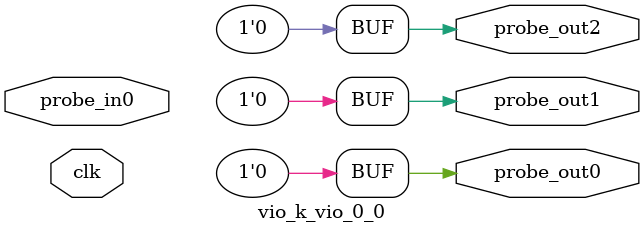
<source format=v>
`timescale 1ns / 1ps
module vio_k_vio_0_0 (
clk,
probe_in0,
probe_out0,
probe_out1,
probe_out2
);

input clk;
input [3 : 0] probe_in0;

output reg [0 : 0] probe_out0 = 'h0 ;
output reg [0 : 0] probe_out1 = 'h0 ;
output reg [0 : 0] probe_out2 = 'h0 ;


endmodule

</source>
